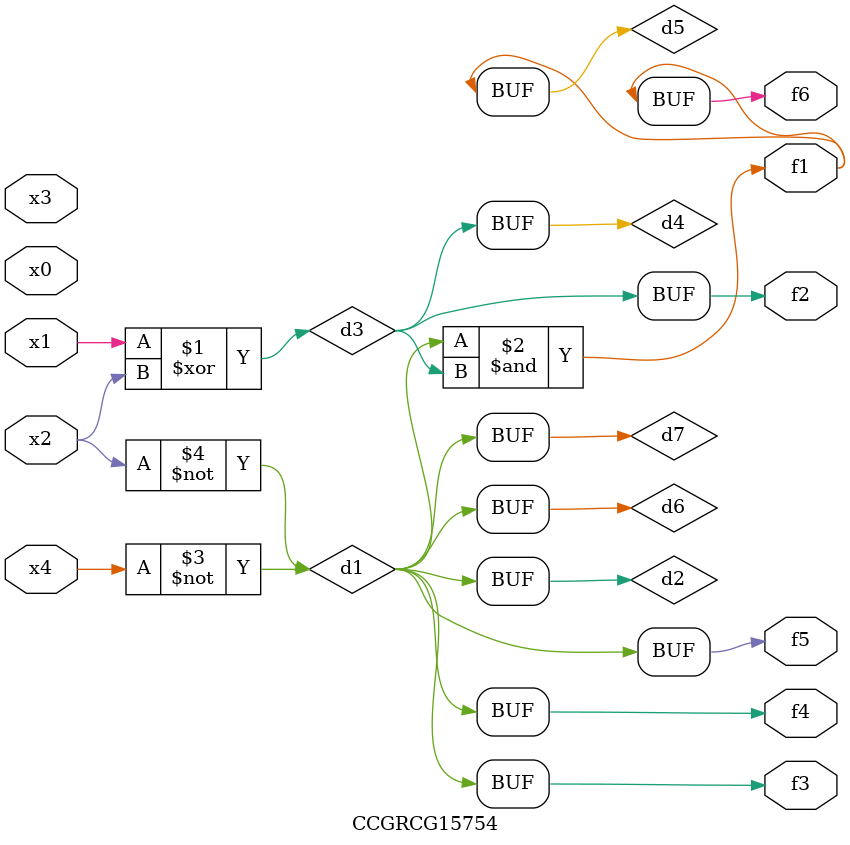
<source format=v>
module CCGRCG15754(
	input x0, x1, x2, x3, x4,
	output f1, f2, f3, f4, f5, f6
);

	wire d1, d2, d3, d4, d5, d6, d7;

	not (d1, x4);
	not (d2, x2);
	xor (d3, x1, x2);
	buf (d4, d3);
	and (d5, d1, d3);
	buf (d6, d1, d2);
	buf (d7, d2);
	assign f1 = d5;
	assign f2 = d4;
	assign f3 = d7;
	assign f4 = d7;
	assign f5 = d7;
	assign f6 = d5;
endmodule

</source>
